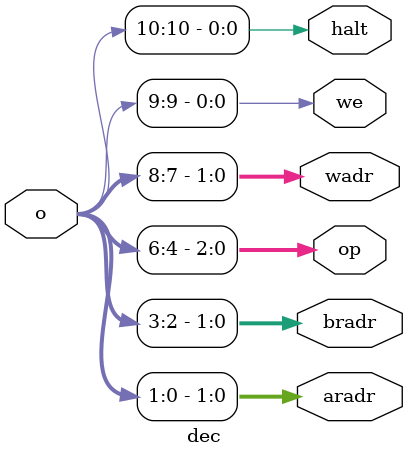
<source format=sv>
module dec(input [10:0] o, output logic [1:0] aradr, bradr, output logic [2:0] op, output logic [1:0] wadr, output logic we, halt);
	assign aradr = o[1:0];
	assign bradr = o[3:2];
	assign op = o[6:4];
	assign wadr = o[8:7];
	assign we = o[9];
	assign halt = o[10];
endmodule

</source>
